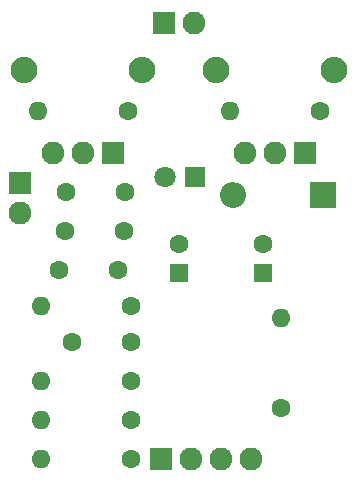
<source format=gbs>
G04 #@! TF.GenerationSoftware,KiCad,Pcbnew,(5.99.0-1097-g51b994466)*
G04 #@! TF.CreationDate,2020-03-11T16:34:53+02:00*
G04 #@! TF.ProjectId,guanaco-rojo,6775616e-6163-46f2-9d72-6f6a6f2e6b69,rev?*
G04 #@! TF.SameCoordinates,Original*
G04 #@! TF.FileFunction,Soldermask,Bot*
G04 #@! TF.FilePolarity,Negative*
%FSLAX46Y46*%
G04 Gerber Fmt 4.6, Leading zero omitted, Abs format (unit mm)*
G04 Created by KiCad (PCBNEW (5.99.0-1097-g51b994466)) date 2020-03-11 16:34:53*
%MOMM*%
%LPD*%
G01*
G04 APERTURE LIST*
%ADD10O,1.930400X1.930400*%
%ADD11R,1.930400X1.930400*%
%ADD12O,2.250000X2.250000*%
%ADD13C,1.800000*%
%ADD14R,1.800000X1.800000*%
%ADD15C,1.600000*%
%ADD16O,1.600000X1.600000*%
%ADD17O,2.200000X2.200000*%
%ADD18R,2.200000X2.200000*%
%ADD19R,1.600000X1.600000*%
G04 APERTURE END LIST*
D10*
X126746000Y-78994000D03*
D11*
X126746000Y-76454000D03*
D10*
X141478000Y-62865000D03*
D11*
X138938000Y-62865000D03*
D12*
X153336000Y-66914000D03*
X143336000Y-66914000D03*
D10*
X145796000Y-73914000D03*
X148336000Y-73914000D03*
D11*
X150876000Y-73914000D03*
D12*
X137080000Y-66914000D03*
X127080000Y-66914000D03*
D10*
X129540000Y-73914000D03*
X132080000Y-73914000D03*
D11*
X134620000Y-73914000D03*
D10*
X146304000Y-99822000D03*
X143764000Y-99822000D03*
X141224000Y-99822000D03*
D11*
X138684000Y-99822000D03*
D13*
X139065000Y-75946000D03*
D14*
X141605000Y-75946000D03*
D15*
X135048000Y-83820000D03*
X130048000Y-83820000D03*
D16*
X148844000Y-87884000D03*
D15*
X148844000Y-95504000D03*
D16*
X128270000Y-70358000D03*
D15*
X135890000Y-70358000D03*
D16*
X128524000Y-93218000D03*
D15*
X136144000Y-93218000D03*
D16*
X128524000Y-86868000D03*
D15*
X136144000Y-86868000D03*
D16*
X128524000Y-99822000D03*
D15*
X136144000Y-99822000D03*
D16*
X128524000Y-96520000D03*
D15*
X136144000Y-96520000D03*
D16*
X144526000Y-70358000D03*
D15*
X152146000Y-70358000D03*
D17*
X144780000Y-77470000D03*
D18*
X152400000Y-77470000D03*
D15*
X140208000Y-81574000D03*
D19*
X140208000Y-84074000D03*
D15*
X131144000Y-89916000D03*
X136144000Y-89916000D03*
X130636000Y-77216000D03*
X135636000Y-77216000D03*
X135556000Y-80518000D03*
X130556000Y-80518000D03*
X147320000Y-81574000D03*
D19*
X147320000Y-84074000D03*
M02*

</source>
